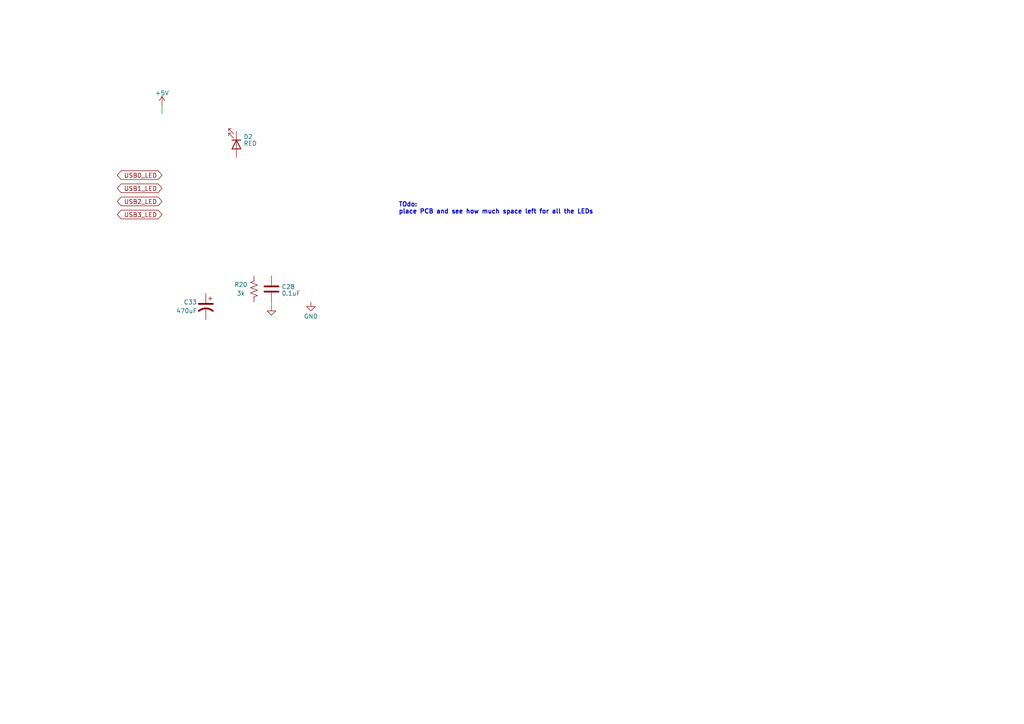
<source format=kicad_sch>
(kicad_sch (version 20230121) (generator eeschema)
  (paper "A4")
  (title_block (title "USB, 5v POWER") (date "2024-09-15") (rev "1"))
  (lib_symbols
    (symbol "Device:C" (pin_numbers hide) (pin_names (offset 0.254))
      (property "Reference" "C" (at 0.635 2.54 0))
      (property "Value" "C" (at 0.635 -2.54 0))
      (symbol "C_0_1"
        (polyline (pts (xy -2.032 -0.762) (xy 2.032 -0.762)) (stroke (width 0.508)))
        (polyline (pts (xy -2.032 0.762) (xy 2.032 0.762)) (stroke (width 0.508)))
      )
      (symbol "C_1_1"
        (pin passive line (at 0 3.81 270) (length 2.794) (name "~") (number "1"))
        (pin passive line (at 0 -3.81 90) (length 2.794) (name "~") (number "2"))
      )
    )
    (symbol "Device:C_Polarized_US" (pin_numbers hide) (pin_names (offset 0.254) hide)
      (property "Reference" "C" (at 0.635 2.54 0))
      (property "Value" "C_Polarized_US" (at 0.635 -2.54 0))
      (symbol "C_Polarized_US_0_1"
        (polyline (pts (xy -2.032 0.762) (xy 2.032 0.762)) (stroke (width 0.508)))
        (polyline (pts (xy -1.778 2.286) (xy -0.762 2.286)))
        (polyline (pts (xy -1.27 1.778) (xy -1.27 2.794)))
        (arc (start 2.032 -1.27) (mid 0 -0.5572) (end -2.032 -1.27) (stroke (width 0.508)))
      )
      (symbol "C_Polarized_US_1_1"
        (pin passive line (at 0 3.81 270) (length 2.794) (name "~") (number "1"))
        (pin passive line (at 0 -3.81 90) (length 3.302) (name "~") (number "2"))
      )
    )
    (symbol "Device:LED" (pin_numbers hide) (pin_names (offset 1.016) hide)
      (property "Reference" "D" (at 0 2.54 0))
      (property "Value" "LED" (at 0 -2.54 0))
      (symbol "LED_0_1"
        (polyline (pts (xy -1.27 -1.27) (xy -1.27 1.27)) (stroke (width 0.254)))
        (polyline (pts (xy -1.27 0) (xy 1.27 0)))
        (polyline (pts (xy 1.27 -1.27) (xy 1.27 1.27) (xy -1.27 0) (xy 1.27 -1.27)) (stroke (width 0.254)))
        (polyline (pts (xy -3.048 -0.762) (xy -4.572 -2.286) (xy -3.81 -2.286) (xy -4.572 -2.286) (xy -4.572 -1.524)))
        (polyline (pts (xy -1.778 -0.762) (xy -3.302 -2.286) (xy -2.54 -2.286) (xy -3.302 -2.286) (xy -3.302 -1.524)))
      )
      (symbol "LED_1_1"
        (pin passive line (at -3.81 0 0) (length 2.54) (name "K") (number "1"))
        (pin passive line (at 3.81 0 180) (length 2.54) (name "A") (number "2"))
      )
    )
    (symbol "Device:R_US" (pin_numbers hide) (pin_names (offset 0))
      (property "Reference" "R" (at 2.54 0 90))
      (property "Value" "R_US" (at -2.54 0 90))
      (symbol "R_US_0_1"
        (polyline (pts (xy 0 -2.286) (xy 0 -2.54)))
        (polyline (pts (xy 0 2.286) (xy 0 2.54)))
        (polyline (pts (xy 0 -0.762) (xy 1.016 -1.143) (xy 0 -1.524) (xy -1.016 -1.905) (xy 0 -2.286)))
        (polyline (pts (xy 0 0.762) (xy 1.016 0.381) (xy 0 0) (xy -1.016 -0.381) (xy 0 -0.762)))
        (polyline (pts (xy 0 2.286) (xy 1.016 1.905) (xy 0 1.524) (xy -1.016 1.143) (xy 0 0.762)))
      )
      (symbol "R_US_1_1"
        (pin passive line (at 0 3.81 270) (length 1.27) (name "~") (number "1"))
        (pin passive line (at 0 -3.81 90) (length 1.27) (name "~") (number "2"))
      )
    )
    (symbol "power:+5V" (power) (pin_names (offset 0))
      (property "Value" "+5V" (at 0 3.556 0))
      (symbol "+5V_0_1"
        (polyline (pts (xy -0.762 1.27) (xy 0 2.54)))
        (polyline (pts (xy 0 0) (xy 0 2.54)))
        (polyline (pts (xy 0 2.54) (xy 0.762 1.27)))
      )
      (symbol "+5V_1_1"
        (pin power_in line (at 0 0 90) (length 0) hide (name "+5V") (number "1"))
      )
    )
    (symbol "power:GND" (power) (pin_names (offset 0))
      (property "Value" "GND" (at 0 -3.81 0))
      (symbol "GND_0_1"
        (polyline (pts (xy 0 0) (xy 0 -1.27) (xy 1.27 -1.27) (xy 0 -2.54) (xy -1.27 -1.27) (xy 0 -1.27)))
      )
      (symbol "GND_1_1"
        (pin power_in line (at 0 0 270) (length 0) hide (name "GND") (number "1"))
      )
    )
  )
  (wire (pts (xy 46.99 30.48) (xy 46.99 33.02)))
  (wire (pts (xy 78.74 87.63) (xy 78.74 88.9)))
  (text "TOdo:\nplace PCB and see how much space left for all the LEDs" (at 115.57 62.23 0) (effects (font (size 1.27 1.27) bold) (justify left bottom)))
  (global_label "USB2_LED" (shape bidirectional) (at 46.99 58.42 180) (property "Intersheetrefs" "${INTERSHEET_REFS}" (at 33.5387 58.42 0) (effects (justify right))))
  (global_label "USB1_LED" (shape bidirectional) (at 46.99 54.61 180) (property "Intersheetrefs" "${INTERSHEET_REFS}" (at 33.5387 54.61 0) (effects (justify right))))
  (global_label "USB3_LED" (shape bidirectional) (at 46.99 62.23 180) (property "Intersheetrefs" "${INTERSHEET_REFS}" (at 33.5387 62.23 0) (effects (justify right))))
  (global_label "USB0_LED" (shape bidirectional) (at 46.99 50.8 180) (property "Intersheetrefs" "${INTERSHEET_REFS}" (at 33.5387 50.8 0) (effects (justify right))))
  (symbol (lib_id "Device:C_Polarized_US") (at 59.69 88.9 0) (mirror y) (unit 1)
    (property "Reference" "C33" (at 57.15 87.63 0) (effects (justify left)))
    (property "Value" "470uF" (at 57.15 90.17 0) (effects (justify left)))
    (property "Footprint" "Capacitor_SMD:CP_Elec_6.3x5.8" (effects hide))
    (instances (project "html_accelerator" (path "" (reference "C33") (unit 1)) (path "" (reference "C33") (unit 1)) (path "" (reference "C67") (unit 1)) (path "" (reference "C24") (unit 1))))
  )
  (symbol (lib_id "Device:R_US") (at 73.66 83.82 0) (mirror y) (unit 1)
    (property "Reference" "R20" (at 69.85 82.55 0))
    (property "Value" "3k" (at 69.85 85.09 0))
    (property "Footprint" "Resistor_SMD:R_0805_2012Metric_Pad1.20x1.40mm_HandSolder" (effects hide))
    (instances (project "html_accelerator" (path "" (reference "R20") (unit 1)) (path "" (reference "R3") (unit 1)) (path "" (reference "R12") (unit 1)) (path "" (reference "R18") (unit 1)) (path "" (reference "R66") (unit 1)) (path "" (reference "R58") (unit 1))))
  )
  (symbol (lib_id "power:GND") (at 90.17 87.63 0) (unit 1)
    (property "Reference" "#PWR012" (effects hide))
    (property "Value" "GND" (at 90.17 91.7655 0))
    (instances (project "html_accelerator" (path "" (reference "#PWR012") (unit 1)) (path "" (reference "#PWR056") (unit 1)) (path "" (reference "#PWR057") (unit 1)) (path "" (reference "#PWR0117") (unit 1)) (path "" (reference "#PWR040") (unit 1))))
  )
  (symbol (lib_id "power:GND") (at 78.74 88.9 0) (unit 1)
    (property "Reference" "#PWR045" (effects hide))
    (property "Value" "GND" (effects hide))
    (instances (project "html_accelerator" (path "" (reference "#PWR045") (unit 1)) (path "" (reference "#PWR054") (unit 1)) (path "" (reference "#PWR0114") (unit 1)) (path "" (reference "#PWR048") (unit 1))))
  )
  (symbol (lib_id "Device:LED") (at 68.58 41.91 270) (unit 1)
    (property "Reference" "D2" (at 70.612 39.6788 90) (effects (justify left)))
    (property "Value" "RED" (at 70.612 41.5998 90) (effects (justify left)))
    (property "Footprint" "LED_SMD:LED_0805_2012Metric_Pad1.15x1.40mm_HandSolder" (effects hide))
    (instances (project "html_accelerator" (path "" (reference "D2") (unit 1)) (path "" (reference "D3") (unit 1))))
  )
  (symbol (lib_id "Device:C") (at 78.74 83.82 0) (unit 1)
    (property "Reference" "C28" (at 81.661 83.1763 0) (effects (justify left)))
    (property "Value" "0.1uF" (at 81.661 85.0973 0) (effects (justify left)))
    (property "Footprint" "Capacitor_SMD:C_0805_2012Metric_Pad1.18x1.45mm_HandSolder" (effects hide))
    (instances (project "html_accelerator" (path "" (reference "C28") (unit 1)) (path "" (reference "C32") (unit 1)) (path "" (reference "C66") (unit 1)) (path "" (reference "C23") (unit 1))))
  )
  (symbol (lib_id "power:+5V") (at 46.99 30.48 0) (unit 1)
    (property "Reference" "#PWR015" (effects hide))
    (property "Value" "+5V" (at 46.99 26.9781 0))
    (instances (project "html_accelerator" (path "" (reference "#PWR015") (unit 1)) (path "" (reference "#PWR019") (unit 1)) (path "" (reference "#PWR050") (unit 1)) (path "" (reference "#PWR039") (unit 1))))
  )
)
</source>
